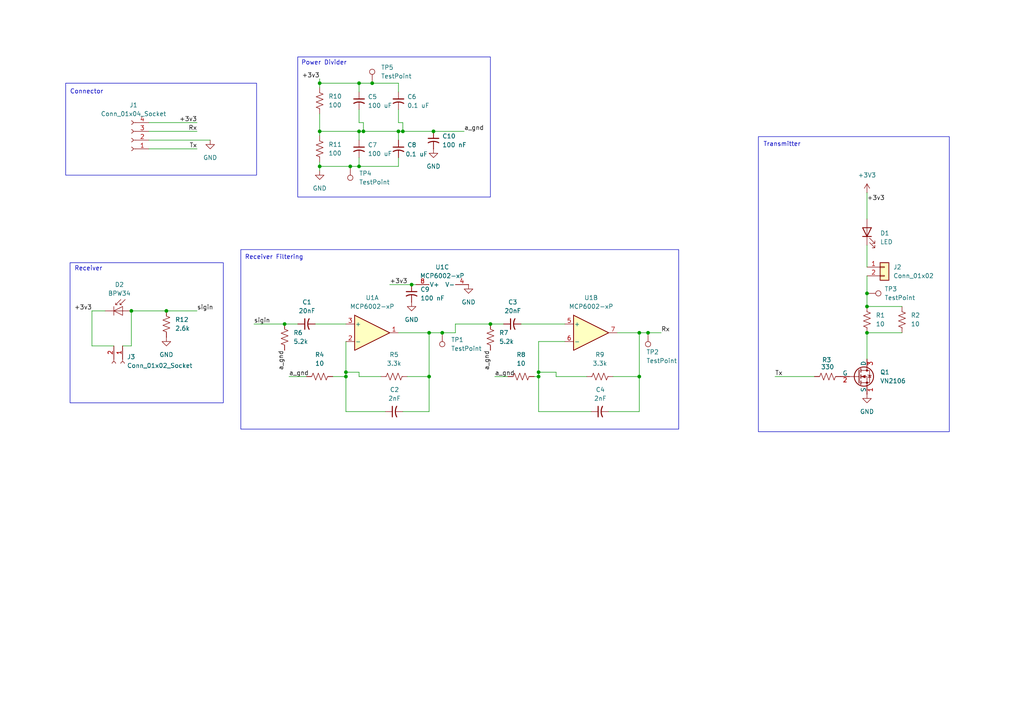
<source format=kicad_sch>
(kicad_sch (version 20250114) (generator "eeschema") (generator_version "9.0")
  (paper "A4")
  (title_block (title "Laser tag pcb") (date "2025-10-16"))
  (lib_symbols
    (symbol "Amplifier_Operational:MCP6002-xP" (pin_names (offset 0.127))
      (property "Reference" "U" (at 0 5.08 0))
      (property "Value" "MCP6002-xP" (at 0 -5.08 0))
      (symbol "MCP6002-xP_1_1"
        (polyline (pts (xy -5.08 5.08) (xy 5.08 0) (xy -5.08 -5.08) (xy -5.08 5.08)) (stroke (width 0.254)) (fill (type background)))
        (pin input line (at -7.62 2.54 0) (length 2.54) (name "+") (number "3"))
        (pin input line (at -7.62 -2.54 0) (length 2.54) (name "-") (number "2"))
        (pin output line (at 7.62 0 180) (length 2.54) (name "~") (number "1"))
      )
      (symbol "MCP6002-xP_2_1"
        (polyline (pts (xy -5.08 5.08) (xy 5.08 0) (xy -5.08 -5.08) (xy -5.08 5.08)) (stroke (width 0.254)) (fill (type background)))
        (pin input line (at -7.62 2.54 0) (length 2.54) (name "+") (number "5"))
        (pin input line (at -7.62 -2.54 0) (length 2.54) (name "-") (number "6"))
        (pin output line (at 7.62 0 180) (length 2.54) (name "~") (number "7"))
      )
      (symbol "MCP6002-xP_3_1"
        (pin power_in line (at -2.54 7.62 270) (length 3.81) (name "V+") (number "8"))
        (pin power_in line (at -2.54 -7.62 90) (length 3.81) (name "V-") (number "4"))
      )
    )
    (symbol "Connector:Conn_01x02_Socket" (pin_names (offset 1.016) (hide yes))
      (property "Reference" "J" (at 0 2.54 0))
      (property "Value" "Conn_01x02_Socket" (at 0 -5.08 0))
      (symbol "Conn_01x02_Socket_1_1"
        (polyline (pts (xy -1.27 0) (xy -0.508 0)) (stroke (width 0.1524)))
        (polyline (pts (xy -1.27 -2.54) (xy -0.508 -2.54)) (stroke (width 0.1524)))
        (arc (start 0 -0.508) (mid -0.5058 0) (end 0 0.508) (stroke (width 0.1524)))
        (arc (start 0 -3.048) (mid -0.5058 -2.54) (end 0 -2.032) (stroke (width 0.1524)))
        (pin passive line (at -5.08 0 0) (length 3.81) (name "Pin_1") (number "1"))
        (pin passive line (at -5.08 -2.54 0) (length 3.81) (name "Pin_2") (number "2"))
      )
    )
    (symbol "Connector:Conn_01x04_Socket" (pin_names (offset 1.016) (hide yes))
      (property "Reference" "J" (at 0 5.08 0))
      (property "Value" "Conn_01x04_Socket" (at 0 -7.62 0))
      (symbol "Conn_01x04_Socket_1_1"
        (polyline (pts (xy -1.27 2.54) (xy -0.508 2.54)) (stroke (width 0.1524)))
        (polyline (pts (xy -1.27 0) (xy -0.508 0)) (stroke (width 0.1524)))
        (polyline (pts (xy -1.27 -2.54) (xy -0.508 -2.54)) (stroke (width 0.1524)))
        (polyline (pts (xy -1.27 -5.08) (xy -0.508 -5.08)) (stroke (width 0.1524)))
        (arc (start 0 2.032) (mid -0.5058 2.54) (end 0 3.048) (stroke (width 0.1524)))
        (arc (start 0 -0.508) (mid -0.5058 0) (end 0 0.508) (stroke (width 0.1524)))
        (arc (start 0 -3.048) (mid -0.5058 -2.54) (end 0 -2.032) (stroke (width 0.1524)))
        (arc (start 0 -5.588) (mid -0.5058 -5.08) (end 0 -4.572) (stroke (width 0.1524)))
        (pin passive line (at -5.08 2.54 0) (length 3.81) (name "Pin_1") (number "1"))
        (pin passive line (at -5.08 0 0) (length 3.81) (name "Pin_2") (number "2"))
        (pin passive line (at -5.08 -2.54 0) (length 3.81) (name "Pin_3") (number "3"))
        (pin passive line (at -5.08 -5.08 0) (length 3.81) (name "Pin_4") (number "4"))
      )
    )
    (symbol "Connector:TestPoint" (pin_numbers (hide yes)) (pin_names (offset 0.762) (hide yes))
      (property "Reference" "TP" (at 0 6.858 0))
      (property "Value" "TestPoint" (at 0 5.08 0))
      (symbol "TestPoint_0_1"
        (circle (center 0 3.302) (radius 0.762))
      )
      (symbol "TestPoint_1_1"
        (pin passive line (at 0 0 90) (length 2.54) (name "1") (number "1"))
      )
    )
    (symbol "Connector_Generic:Conn_01x02" (pin_names (offset 1.016) (hide yes))
      (property "Reference" "J" (at 0 2.54 0))
      (property "Value" "Conn_01x02" (at 0 -5.08 0))
      (symbol "Conn_01x02_1_1"
        (rectangle (start -1.27 1.27) (end 1.27 -3.81) (stroke (width 0.254)) (fill (type background)))
        (rectangle (start -1.27 0.127) (end 0 -0.127) (stroke (width 0.1524)))
        (rectangle (start -1.27 -2.413) (end 0 -2.667) (stroke (width 0.1524)))
        (pin passive line (at -5.08 0 0) (length 3.81) (name "Pin_1") (number "1"))
        (pin passive line (at -5.08 -2.54 0) (length 3.81) (name "Pin_2") (number "2"))
      )
    )
    (symbol "Device:C_Small_US" (pin_numbers (hide yes)) (pin_names (offset 0.254) (hide yes))
      (property "Reference" "C" (at 0.254 1.778 0))
      (property "Value" "C_Small_US" (at 0.254 -2.032 0))
      (symbol "C_Small_US_0_1"
        (polyline (pts (xy -1.524 0.508) (xy 1.524 0.508)) (stroke (width 0.3048)))
        (arc (start -1.524 -0.762) (mid 0 -0.3734) (end 1.524 -0.762) (stroke (width 0.3048)))
      )
      (symbol "C_Small_US_1_1"
        (pin passive line (at 0 2.54 270) (length 2.032) (name "~") (number "1"))
        (pin passive line (at 0 -2.54 90) (length 2.032) (name "~") (number "2"))
      )
    )
    (symbol "Device:LED" (pin_numbers (hide yes)) (pin_names (offset 1.016) (hide yes))
      (property "Reference" "D" (at 0 2.54 0))
      (property "Value" "LED" (at 0 -2.54 0))
      (symbol "LED_0_1"
        (polyline (pts (xy -3.048 -0.762) (xy -4.572 -2.286) (xy -3.81 -2.286) (xy -4.572 -2.286) (xy -4.572 -1.524)))
        (polyline (pts (xy -1.778 -0.762) (xy -3.302 -2.286) (xy -2.54 -2.286) (xy -3.302 -2.286) (xy -3.302 -1.524)))
        (polyline (pts (xy -1.27 0) (xy 1.27 0)))
        (polyline (pts (xy -1.27 -1.27) (xy -1.27 1.27)) (stroke (width 0.254)))
        (polyline (pts (xy 1.27 -1.27) (xy 1.27 1.27) (xy -1.27 0) (xy 1.27 -1.27)) (stroke (width 0.254)))
      )
      (symbol "LED_1_1"
        (pin passive line (at -3.81 0 0) (length 2.54) (name "K") (number "1"))
        (pin passive line (at 3.81 0 180) (length 2.54) (name "A") (number "2"))
      )
    )
    (symbol "Device:R_US" (pin_numbers (hide yes)) (pin_names (offset 0))
      (property "Reference" "R" (at 2.54 0 90))
      (property "Value" "R_US" (at -2.54 0 90))
      (symbol "R_US_0_1"
        (polyline (pts (xy 0 2.286) (xy 0 2.54)))
        (polyline (pts (xy 0 2.286) (xy 1.016 1.905) (xy 0 1.524) (xy -1.016 1.143) (xy 0 0.762)))
        (polyline (pts (xy 0 0.762) (xy 1.016 0.381) (xy 0 0) (xy -1.016 -0.381) (xy 0 -0.762)))
        (polyline (pts (xy 0 -0.762) (xy 1.016 -1.143) (xy 0 -1.524) (xy -1.016 -1.905) (xy 0 -2.286)))
        (polyline (pts (xy 0 -2.286) (xy 0 -2.54)))
      )
      (symbol "R_US_1_1"
        (pin passive line (at 0 3.81 270) (length 1.27) (name "~") (number "1"))
        (pin passive line (at 0 -3.81 90) (length 1.27) (name "~") (number "2"))
      )
    )
    (symbol "Sensor_Optical:BPW34" (pin_numbers (hide yes)) (pin_names (offset 1.016) (hide yes))
      (property "Reference" "D" (at 0.508 1.778 0))
      (property "Value" "BPW34" (at -1.016 -2.794 0))
      (symbol "BPW34_0_1"
        (polyline (pts (xy -2.54 1.27) (xy -2.54 -1.27)) (stroke (width 0.1524)))
        (polyline (pts (xy -2.032 1.778) (xy -1.524 1.778)))
        (polyline (pts (xy -0.508 3.302) (xy -2.032 1.778) (xy -2.032 2.286)))
        (polyline (pts (xy 0 1.27) (xy -2.54 0) (xy 0 -1.27)))
        (polyline (pts (xy 0 0) (xy -2.54 0)))
        (polyline (pts (xy 0 -1.27) (xy 0 1.27)))
        (polyline (pts (xy 0.762 3.302) (xy -0.762 1.778) (xy -0.762 2.286) (xy -0.762 1.778) (xy -0.254 1.778)))
      )
      (symbol "BPW34_1_1"
        (pin passive line (at -5.08 0 0) (length 2.54) (name "K") (number "1"))
        (pin passive line (at 2.54 0 180) (length 2.54) (name "A") (number "2"))
      )
    )
    (symbol "Simulation_SPICE:NMOS" (pin_names (offset 0))
      (property "Reference" "Q1" (at 6.35 1.2701 0))
      (property "Value" "VN2106" (at 6.35 -1.2699 0))
      (symbol "NMOS_0_1"
        (polyline (pts (xy 0.254 1.905) (xy 0.254 -1.905)) (stroke (width 0.254)))
        (polyline (pts (xy 0.254 0) (xy -2.54 0)))
        (polyline (pts (xy 0.762 2.286) (xy 0.762 1.27)) (stroke (width 0.254)))
        (polyline (pts (xy 0.762 0.508) (xy 0.762 -0.508)) (stroke (width 0.254)))
        (polyline (pts (xy 0.762 -1.27) (xy 0.762 -2.286)) (stroke (width 0.254)))
        (polyline (pts (xy 0.762 -1.778) (xy 3.302 -1.778) (xy 3.302 1.778) (xy 0.762 1.778)))
        (polyline (pts (xy 1.016 0) (xy 2.032 0.381) (xy 2.032 -0.381) (xy 1.016 0)) (fill (type outline)))
        (circle (center 1.651 0) (radius 2.794) (stroke (width 0.254)))
        (polyline (pts (xy 2.54 2.54) (xy 2.54 1.778)))
        (circle (center 2.54 1.778) (radius 0.254) (fill (type outline)))
        (circle (center 2.54 -1.778) (radius 0.254) (fill (type outline)))
        (polyline (pts (xy 2.54 -2.54) (xy 2.54 0) (xy 0.762 0)))
        (polyline (pts (xy 2.794 0.508) (xy 2.921 0.381) (xy 3.683 0.381) (xy 3.81 0.254)))
        (polyline (pts (xy 3.302 0.381) (xy 2.921 -0.254) (xy 3.683 -0.254) (xy 3.302 0.381)))
      )
      (symbol "NMOS_1_1"
        (pin input line (at -5.08 0 0) (length 2.54) (name "G") (number "2"))
        (pin passive line (at 2.54 5.08 270) (length 2.54) (name "D") (number "3"))
        (pin passive line (at 2.54 -5.08 90) (length 2.54) (name "S") (number "1"))
      )
    )
    (symbol "power:+3V3" (power) (pin_numbers (hide yes)) (pin_names (offset 0) (hide yes))
      (property "Value" "+3V3" (at 0 3.556 0))
      (symbol "+3V3_0_1"
        (polyline (pts (xy -0.762 1.27) (xy 0 2.54)))
        (polyline (pts (xy 0 2.54) (xy 0.762 1.27)))
        (polyline (pts (xy 0 0) (xy 0 2.54)))
      )
      (symbol "+3V3_1_1"
        (pin power_in line (at 0 0 90) (length 0) (name "~") (number "1"))
      )
    )
    (symbol "power:GND" (power) (pin_numbers (hide yes)) (pin_names (offset 0) (hide yes))
      (property "Value" "GND" (at 0 -3.81 0))
      (symbol "GND_0_1"
        (polyline (pts (xy 0 0) (xy 0 -1.27) (xy 1.27 -1.27) (xy 0 -2.54) (xy -1.27 -1.27) (xy 0 -1.27)))
      )
      (symbol "GND_1_1"
        (pin power_in line (at 0 0 270) (length 0) (name "~") (number "1"))
      )
    )
  )
  (rectangle (start 69.85 72.39) (end 196.85 124.46))
  (rectangle (start 86.36 16.51) (end 142.24 57.15))
  (rectangle (start 19.05 24.13) (end 74.422 50.8))
  (rectangle (start 20.32 76.2) (end 64.77 116.84))
  (rectangle (start 219.964 39.624) (end 275.336 125.222))
  (text "Receiver" (at 25.654 77.978 0) (effects (font (size 1.27 1.27))))
  (text "Transmitter" (at 226.822 41.91 0) (effects (font (size 1.27 1.27))))
  (text "Connector" (at 25.146 26.67 0) (effects (font (size 1.27 1.27))))
  (text "Power Divider" (at 93.98 18.288 0) (effects (font (size 1.27 1.27))))
  (text "Receiver Filtering" (at 79.502 74.676 0) (effects (font (size 1.27 1.27))))
  (junction (at 124.46 96.52))
  (junction (at 104.14 24.13))
  (junction (at 156.21 109.22))
  (junction (at 100.33 109.22))
  (junction (at 92.71 48.26))
  (junction (at 104.14 48.26))
  (junction (at 82.55 93.98))
  (junction (at 156.21 107.95))
  (junction (at 92.71 24.13))
  (junction (at 251.46 96.52))
  (junction (at 107.95 24.13))
  (junction (at 116.84 38.1))
  (junction (at 100.33 107.95))
  (junction (at 104.14 38.1))
  (junction (at 38.1 90.17))
  (junction (at 92.71 38.1))
  (junction (at 251.46 85.09))
  (junction (at 251.46 88.9))
  (junction (at 125.73 38.1))
  (junction (at 185.42 96.52))
  (junction (at 124.46 109.22))
  (junction (at 101.6 48.26))
  (junction (at 115.57 38.1))
  (junction (at 128.27 96.52))
  (junction (at 185.42 109.22))
  (junction (at 119.38 82.55))
  (junction (at 105.41 38.1))
  (junction (at 48.26 90.17))
  (junction (at 187.96 96.52))
  (junction (at 142.24 93.98))
  (wire (pts (xy 128.27 96.52) (xy 132.08 96.52)))
  (wire (pts (xy 115.57 24.13) (xy 115.57 26.67)))
  (wire (pts (xy 185.42 109.22) (xy 185.42 96.52)))
  (wire (pts (xy 163.83 99.06) (xy 156.21 99.06)))
  (wire (pts (xy 118.11 109.22) (xy 124.46 109.22)))
  (wire (pts (xy 92.71 33.02) (xy 92.71 38.1)))
  (wire (pts (xy 156.21 119.38) (xy 171.45 119.38)))
  (wire (pts (xy 151.13 93.98) (xy 163.83 93.98)))
  (wire (pts (xy 92.71 48.26) (xy 101.6 48.26)))
  (wire (pts (xy 115.57 31.75) (xy 115.57 35.56)))
  (wire (pts (xy 185.42 119.38) (xy 185.42 109.22)))
  (wire (pts (xy 132.08 96.52) (xy 132.08 93.98)))
  (wire (pts (xy 104.14 24.13) (xy 107.95 24.13)))
  (wire (pts (xy 251.46 80.01) (xy 251.46 85.09)))
  (wire (pts (xy 104.14 45.72) (xy 104.14 48.26)))
  (wire (pts (xy 177.8 109.22) (xy 185.42 109.22)))
  (wire (pts (xy 116.84 119.38) (xy 124.46 119.38)))
  (wire (pts (xy 92.71 49.53) (xy 92.71 48.26)))
  (wire (pts (xy 38.1 100.33) (xy 35.56 100.33)))
  (wire (pts (xy 187.96 96.52) (xy 191.77 96.52)))
  (wire (pts (xy 92.71 48.26) (xy 92.71 46.99)))
  (wire (pts (xy 26.67 100.33) (xy 33.02 100.33)))
  (wire (pts (xy 104.14 48.26) (xy 115.57 48.26)))
  (wire (pts (xy 91.44 93.98) (xy 100.33 93.98)))
  (wire (pts (xy 143.51 109.22) (xy 147.32 109.22)))
  (wire (pts (xy 116.84 38.1) (xy 125.73 38.1)))
  (wire (pts (xy 105.41 38.1) (xy 115.57 38.1)))
  (wire (pts (xy 101.6 48.26) (xy 104.14 48.26)))
  (wire (pts (xy 156.21 109.22) (xy 156.21 119.38)))
  (wire (pts (xy 92.71 24.13) (xy 92.71 25.4)))
  (wire (pts (xy 43.18 43.18) (xy 57.15 43.18)))
  (wire (pts (xy 251.46 96.52) (xy 261.62 96.52)))
  (wire (pts (xy 132.08 93.98) (xy 142.24 93.98)))
  (wire (pts (xy 104.14 35.56) (xy 105.41 35.56)))
  (wire (pts (xy 92.71 38.1) (xy 104.14 38.1)))
  (wire (pts (xy 115.57 45.72) (xy 115.57 48.26)))
  (wire (pts (xy 92.71 22.86) (xy 92.71 24.13)))
  (wire (pts (xy 113.03 82.55) (xy 119.38 82.55)))
  (wire (pts (xy 43.18 40.64) (xy 60.96 40.64)))
  (wire (pts (xy 251.46 85.09) (xy 251.46 88.9)))
  (wire (pts (xy 156.21 99.06) (xy 156.21 107.95)))
  (wire (pts (xy 115.57 38.1) (xy 116.84 38.1)))
  (wire (pts (xy 43.18 35.56) (xy 57.15 35.56)))
  (wire (pts (xy 38.1 90.17) (xy 48.26 90.17)))
  (wire (pts (xy 185.42 96.52) (xy 179.07 96.52)))
  (wire (pts (xy 161.29 109.22) (xy 161.29 107.95)))
  (wire (pts (xy 96.52 109.22) (xy 100.33 109.22)))
  (wire (pts (xy 104.14 38.1) (xy 105.41 38.1)))
  (wire (pts (xy 82.55 93.98) (xy 86.36 93.98)))
  (wire (pts (xy 48.26 90.17) (xy 57.15 90.17)))
  (wire (pts (xy 154.94 109.22) (xy 156.21 109.22)))
  (wire (pts (xy 100.33 107.95) (xy 104.14 107.95)))
  (wire (pts (xy 38.1 90.17) (xy 38.1 100.33)))
  (wire (pts (xy 124.46 109.22) (xy 124.46 96.52)))
  (wire (pts (xy 83.82 109.22) (xy 88.9 109.22)))
  (wire (pts (xy 125.73 38.1) (xy 134.62 38.1)))
  (wire (pts (xy 119.38 82.55) (xy 120.65 82.55)))
  (wire (pts (xy 105.41 35.56) (xy 105.41 38.1)))
  (wire (pts (xy 176.53 119.38) (xy 185.42 119.38)))
  (wire (pts (xy 142.24 93.98) (xy 146.05 93.98)))
  (wire (pts (xy 104.14 38.1) (xy 104.14 40.64)))
  (wire (pts (xy 115.57 96.52) (xy 124.46 96.52)))
  (wire (pts (xy 104.14 109.22) (xy 104.14 107.95)))
  (wire (pts (xy 26.67 90.17) (xy 30.48 90.17)))
  (wire (pts (xy 115.57 35.56) (xy 116.84 35.56)))
  (wire (pts (xy 92.71 38.1) (xy 92.71 39.37)))
  (wire (pts (xy 170.18 109.22) (xy 161.29 109.22)))
  (wire (pts (xy 100.33 109.22) (xy 100.33 119.38)))
  (wire (pts (xy 73.66 93.98) (xy 82.55 93.98)))
  (wire (pts (xy 251.46 88.9) (xy 261.62 88.9)))
  (wire (pts (xy 224.79 109.22) (xy 236.22 109.22)))
  (wire (pts (xy 43.18 38.1) (xy 57.15 38.1)))
  (wire (pts (xy 124.46 96.52) (xy 128.27 96.52)))
  (wire (pts (xy 156.21 107.95) (xy 161.29 107.95)))
  (wire (pts (xy 104.14 31.75) (xy 104.14 35.56)))
  (wire (pts (xy 100.33 107.95) (xy 100.33 109.22)))
  (wire (pts (xy 116.84 35.56) (xy 116.84 38.1)))
  (wire (pts (xy 110.49 109.22) (xy 104.14 109.22)))
  (wire (pts (xy 92.71 24.13) (xy 104.14 24.13)))
  (wire (pts (xy 185.42 96.52) (xy 187.96 96.52)))
  (wire (pts (xy 251.46 55.88) (xy 251.46 63.5)))
  (wire (pts (xy 100.33 99.06) (xy 100.33 107.95)))
  (wire (pts (xy 124.46 119.38) (xy 124.46 109.22)))
  (wire (pts (xy 251.46 71.12) (xy 251.46 77.47)))
  (wire (pts (xy 156.21 107.95) (xy 156.21 109.22)))
  (wire (pts (xy 115.57 38.1) (xy 115.57 40.64)))
  (wire (pts (xy 26.67 90.17) (xy 26.67 100.33)))
  (wire (pts (xy 100.33 119.38) (xy 111.76 119.38)))
  (wire (pts (xy 107.95 24.13) (xy 115.57 24.13)))
  (wire (pts (xy 251.46 96.52) (xy 251.46 104.14)))
  (wire (pts (xy 104.14 24.13) (xy 104.14 26.67)))
  (label "a_gnd" (at 143.51 109.22 0))
  (label "a_gnd" (at 134.62 38.1 0))
  (label "Tx" (at 224.79 109.22 0))
  (label "+3v3" (at 113.03 82.55 0))
  (label "a_gnd" (at 83.82 109.22 0))
  (label "Tx" (at 57.15 43.18 180))
  (label "sigin" (at 73.66 93.98 0))
  (label "+3v3" (at 26.67 90.17 180))
  (label "+3v3" (at 57.15 35.56 180))
  (label "a_gnd" (at 82.55 101.6 270))
  (label "+3v3" (at 251.46 58.42 0))
  (label "sigin" (at 57.15 90.17 0))
  (label "+3v3" (at 92.71 22.86 180))
  (label "Rx" (at 191.77 96.52 0))
  (label "a_gnd" (at 142.24 101.6 270))
  (label "Rx" (at 57.15 38.1 180))
  (symbol (lib_id "Device:R_US") (at 142.24 97.79 180) (unit 1)
    (property "Reference" "R7" (at 144.78 96.5199 0) (effects (justify right)))
    (property "Value" "5.2k" (at 144.78 99.0599 0) (effects (justify right)))
    (property "Footprint" "Resistor_SMD:R_0805_2012Metric_Pad1.20x1.40mm_HandSolder" (effects (hide yes)))
    (property "Description" "Resistor, US symbol" (effects (hide yes)))
  )
  (symbol (lib_id "Device:C_Small_US") (at 114.3 119.38 90) (unit 1)
    (property "Reference" "C2" (at 114.427 113.03 90))
    (property "Value" "2nF" (at 114.427 115.57 90))
    (property "Footprint" "Capacitor_SMD:C_0805_2012Metric_Pad1.18x1.45mm_HandSolder" (effects (hide yes)))
    (property "Description" "capacitor, small US symbol" (effects (hide yes)))
  )
  (symbol (lib_id "Device:C_Small_US") (at 104.14 29.21 0) (unit 1)
    (property "Reference" "C5" (at 106.68 28.0669 0) (effects (justify left)))
    (property "Value" "100 uF" (at 106.68 30.6069 0) (effects (justify left)))
    (property "Footprint" "Capacitor_THT:CP_Radial_D10.0mm_P5.00mm" (effects (hide yes)))
    (property "Description" "capacitor, small US symbol" (effects (hide yes)))
  )
  (symbol (lib_id "Connector_Generic:Conn_01x02") (at 256.54 77.47 0) (unit 1)
    (property "Reference" "J2" (at 259.08 77.4699 0) (effects (justify left)))
    (property "Value" "Conn_01x02" (at 259.08 80.0099 0) (effects (justify left)))
    (property "Footprint" "Connector_PinHeader_2.54mm:PinHeader_1x02_P2.54mm_Vertical" (effects (hide yes)))
    (property "Description" "Generic connector, single row, 01x02, script generated (kicad-library-utils/schlib/autogen/connector/)" (effects (hide yes)))
  )
  (symbol (lib_id "Connector:TestPoint") (at 128.27 96.52 180) (unit 1)
    (property "Reference" "TP1" (at 130.81 98.5519 0) (effects (justify right)))
    (property "Value" "TestPoint" (at 130.81 101.0919 0) (effects (justify right)))
    (property "Footprint" "TestPoint:TestPoint_Pad_2.0x2.0mm" (effects (hide yes)))
    (property "Description" "test point" (effects (hide yes)))
  )
  (symbol (lib_id "power:GND") (at 251.46 114.3 0) (unit 1)
    (property "Reference" "#PWR01" (effects (hide yes)))
    (property "Value" "GND" (at 251.46 119.38 0))
    (property "Description" "Power symbol creates a global label with name \"GND\" , ground" (effects (hide yes)))
  )
  (symbol (lib_id "Device:LED") (at 251.46 67.31 90) (unit 1)
    (property "Reference" "D1" (at 255.27 67.6274 90) (effects (justify right)))
    (property "Value" "LED" (at 255.27 70.1674 90) (effects (justify right)))
    (property "Footprint" "LED_THT:LED_D3.0mm" (effects (hide yes)))
    (property "Description" "Light emitting diode" (effects (hide yes)))
    (property "Sim.Pins" "1=K 2=A" (effects (hide yes)))
  )
  (symbol (lib_id "power:GND") (at 119.38 87.63 0) (unit 1)
    (property "Reference" "#PWR06" (effects (hide yes)))
    (property "Value" "GND" (at 119.38 92.71 0))
    (property "Description" "Power symbol creates a global label with name \"GND\" , ground" (effects (hide yes)))
  )
  (symbol (lib_id "power:GND") (at 92.71 49.53 0) (unit 1)
    (property "Reference" "#PWR04" (effects (hide yes)))
    (property "Value" "GND" (at 92.71 54.61 0))
    (property "Description" "Power symbol creates a global label with name \"GND\" , ground" (effects (hide yes)))
  )
  (symbol (lib_id "Device:C_Small_US") (at 88.9 93.98 90) (unit 1)
    (property "Reference" "C1" (at 89.027 87.63 90))
    (property "Value" "20nF" (at 89.027 90.17 90))
    (property "Footprint" "Capacitor_SMD:C_0805_2012Metric_Pad1.18x1.45mm_HandSolder" (effects (hide yes)))
    (property "Description" "capacitor, small US symbol" (effects (hide yes)))
  )
  (symbol (lib_id "Device:R_US") (at 48.26 93.98 180) (unit 1)
    (property "Reference" "R12" (at 50.8 92.7099 0) (effects (justify right)))
    (property "Value" "2.6k" (at 50.8 95.2499 0) (effects (justify right)))
    (property "Footprint" "Resistor_SMD:R_0805_2012Metric_Pad1.20x1.40mm_HandSolder" (effects (hide yes)))
    (property "Description" "Resistor, US symbol" (effects (hide yes)))
  )
  (symbol (lib_id "Device:C_Small_US") (at 148.59 93.98 90) (unit 1)
    (property "Reference" "C3" (at 148.717 87.63 90))
    (property "Value" "20nF" (at 148.717 90.17 90))
    (property "Footprint" "Capacitor_SMD:C_0805_2012Metric_Pad1.18x1.45mm_HandSolder" (effects (hide yes)))
    (property "Description" "capacitor, small US symbol" (effects (hide yes)))
  )
  (symbol (lib_id "Device:C_Small_US") (at 119.38 85.09 0) (unit 1)
    (property "Reference" "C9" (at 121.92 83.9469 0) (effects (justify left)))
    (property "Value" "100 nF" (at 121.92 86.4869 0) (effects (justify left)))
    (property "Footprint" "Capacitor_SMD:C_0805_2012Metric_Pad1.18x1.45mm_HandSolder" (effects (hide yes)))
    (property "Description" "capacitor, small US symbol" (effects (hide yes)))
  )
  (symbol (lib_id "power:GND") (at 48.26 97.79 0) (unit 1)
    (property "Reference" "#PWR07" (effects (hide yes)))
    (property "Value" "GND" (at 48.26 102.87 0))
    (property "Description" "Power symbol creates a global label with name \"GND\" , ground" (effects (hide yes)))
  )
  (symbol (lib_id "power:GND") (at 135.89 82.55 0) (unit 1)
    (property "Reference" "#PWR05" (effects (hide yes)))
    (property "Value" "GND" (at 135.89 87.63 0))
    (property "Description" "Power symbol creates a global label with name \"GND\" , ground" (effects (hide yes)))
  )
  (symbol (lib_id "Connector:TestPoint") (at 101.6 48.26 180) (unit 1)
    (property "Reference" "TP4" (at 104.14 50.2919 0) (effects (justify right)))
    (property "Value" "TestPoint" (at 104.14 52.8319 0) (effects (justify right)))
    (property "Footprint" "TestPoint:TestPoint_Pad_2.0x2.0mm" (effects (hide yes)))
    (property "Description" "test point" (effects (hide yes)))
  )
  (symbol (lib_id "power:GND") (at 60.96 40.64 0) (unit 1)
    (property "Reference" "#PWR03" (effects (hide yes)))
    (property "Value" "GND" (at 60.96 45.72 0))
    (property "Description" "Power symbol creates a global label with name \"GND\" , ground" (effects (hide yes)))
  )
  (symbol (lib_id "Simulation_SPICE:NMOS") (at 248.92 109.22 0) (unit 1)
    (property "Reference" "Q1" (at 255.27 107.9499 0) (effects (justify left)))
    (property "Value" "VN2106" (at 255.27 110.4899 0) (effects (justify left)))
    (property "Footprint" "Package_TO_SOT_THT:TO-92_Inline" (effects (hide yes)))
    (property "Datasheet" "https://ngspice.sourceforge.io/docs/ngspice-html-manual/manual.xhtml#cha_MOSFETs" (effects (hide yes)))
    (property "Description" "N-MOSFET transistor, drain/source/gate" (effects (hide yes)))
    (property "Sim.Device" "NMOS" (effects (hide yes)))
    (property "Sim.Type" "VDMOS" (effects (hide yes)))
    (property "Sim.Pins" "1=D 2=G 3=S" (effects (hide yes)))
  )
  (symbol (lib_id "Device:R_US") (at 251.46 92.71 0) (unit 1)
    (property "Reference" "R1" (at 254 91.4399 0) (effects (justify left)))
    (property "Value" "10" (at 254 93.9799 0) (effects (justify left)))
    (property "Footprint" "Resistor_SMD:R_0805_2012Metric_Pad1.20x1.40mm_HandSolder" (effects (hide yes)))
    (property "Description" "Resistor, US symbol" (effects (hide yes)))
  )
  (symbol (lib_id "Connector:Conn_01x02_Socket") (at 35.56 105.41 270) (unit 1)
    (property "Reference" "J3" (at 36.83 103.5049 90) (effects (justify left)))
    (property "Value" "Conn_01x02_Socket" (at 36.83 106.0449 90) (effects (justify left)))
    (property "Footprint" "Connector_JST:JST_PH_B2B-PH-K_1x02_P2.00mm_Vertical" (effects (hide yes)))
    (property "Description" "Generic connector, single row, 01x02, script generated" (effects (hide yes)))
  )
  (symbol (lib_id "Device:C_Small_US") (at 173.99 119.38 90) (unit 1)
    (property "Reference" "C4" (at 174.117 113.03 90))
    (property "Value" "2nF" (at 174.117 115.57 90))
    (property "Footprint" "Capacitor_SMD:C_0805_2012Metric_Pad1.18x1.45mm_HandSolder" (effects (hide yes)))
    (property "Description" "capacitor, small US symbol" (effects (hide yes)))
  )
  (symbol (lib_id "Amplifier_Operational:MCP6002-xP") (at 171.45 96.52 0) (unit 2)
    (property "Reference" "U1" (at 171.45 86.36 0))
    (property "Value" "MCP6002-xP" (at 171.45 88.9 0))
    (property "Footprint" "Package_DIP:DIP-8_W7.62mm" (effects (hide yes)))
    (property "Datasheet" "http://ww1.microchip.com/downloads/en/DeviceDoc/21733j.pdf" (effects (hide yes)))
    (property "Description" "1MHz, Low-Power Op Amp, DIP-8" (effects (hide yes)))
  )
  (symbol (lib_id "Device:R_US") (at 240.03 109.22 90) (unit 1)
    (property "Reference" "R3" (at 239.776 104.394 90))
    (property "Value" "330" (at 240.03 106.426 90))
    (property "Footprint" "Resistor_SMD:R_0805_2012Metric_Pad1.20x1.40mm_HandSolder" (effects (hide yes)))
    (property "Description" "Resistor, US symbol" (effects (hide yes)))
  )
  (symbol (lib_id "Device:R_US") (at 92.71 43.18 180) (unit 1)
    (property "Reference" "R11" (at 95.25 41.9099 0) (effects (justify right)))
    (property "Value" "100" (at 95.25 44.4499 0) (effects (justify right)))
    (property "Footprint" "Resistor_SMD:R_0805_2012Metric_Pad1.20x1.40mm_HandSolder" (effects (hide yes)))
    (property "Description" "Resistor, US symbol" (effects (hide yes)))
  )
  (symbol (lib_id "Connector:TestPoint") (at 107.95 24.13 0) (unit 1)
    (property "Reference" "TP5" (at 110.49 19.5579 0) (effects (justify left)))
    (property "Value" "TestPoint" (at 110.49 22.0979 0) (effects (justify left)))
    (property "Footprint" "TestPoint:TestPoint_Pad_2.0x2.0mm" (effects (hide yes)))
    (property "Description" "test point" (effects (hide yes)))
  )
  (symbol (lib_id "Device:R_US") (at 151.13 109.22 90) (unit 1)
    (property "Reference" "R8" (at 151.13 102.87 90))
    (property "Value" "10" (at 151.13 105.41 90))
    (property "Footprint" "Resistor_SMD:R_0805_2012Metric_Pad1.20x1.40mm_HandSolder" (effects (hide yes)))
    (property "Description" "Resistor, US symbol" (effects (hide yes)))
  )
  (symbol (lib_id "Connector:Conn_01x04_Socket") (at 38.1 40.64 180) (unit 1)
    (property "Reference" "J1" (at 38.735 30.48 0))
    (property "Value" "Conn_01x04_Socket" (at 38.735 33.02 0))
    (property "Footprint" "Connector_PinSocket_2.54mm:PinSocket_1x04_P2.54mm_Vertical" (effects (hide yes)))
    (property "Description" "Generic connector, single row, 01x04, script generated" (effects (hide yes)))
  )
  (symbol (lib_id "Amplifier_Operational:MCP6002-xP") (at 107.95 96.52 0) (unit 1)
    (property "Reference" "U1" (at 107.95 86.36 0))
    (property "Value" "MCP6002-xP" (at 107.95 88.9 0))
    (property "Footprint" "Package_DIP:DIP-8_W7.62mm" (effects (hide yes)))
    (property "Datasheet" "http://ww1.microchip.com/downloads/en/DeviceDoc/21733j.pdf" (effects (hide yes)))
    (property "Description" "1MHz, Low-Power Op Amp, DIP-8" (effects (hide yes)))
  )
  (symbol (lib_id "Device:C_Small_US") (at 125.73 40.64 0) (unit 1)
    (property "Reference" "C10" (at 128.27 39.4969 0) (effects (justify left)))
    (property "Value" "100 nF" (at 128.27 42.0369 0) (effects (justify left)))
    (property "Footprint" "Capacitor_SMD:C_0805_2012Metric_Pad1.18x1.45mm_HandSolder" (effects (hide yes)))
    (property "Description" "capacitor, small US symbol" (effects (hide yes)))
  )
  (symbol (lib_id "power:GND") (at 125.73 43.18 0) (unit 1)
    (property "Reference" "#PWR08" (effects (hide yes)))
    (property "Value" "GND" (at 125.73 48.26 0))
    (property "Description" "Power symbol creates a global label with name \"GND\" , ground" (effects (hide yes)))
  )
  (symbol (lib_id "power:+3V3") (at 251.46 55.88 0) (unit 1)
    (property "Reference" "#PWR02" (effects (hide yes)))
    (property "Value" "+3V3" (at 251.46 50.8 0))
    (property "Description" "Power symbol creates a global label with name \"+3V3\"" (effects (hide yes)))
  )
  (symbol (lib_id "Connector:TestPoint") (at 251.46 85.09 270) (unit 1)
    (property "Reference" "TP3" (at 256.54 83.8199 90) (effects (justify left)))
    (property "Value" "TestPoint" (at 256.54 86.3599 90) (effects (justify left)))
    (property "Footprint" "TestPoint:TestPoint_Pad_2.0x2.0mm" (effects (hide yes)))
    (property "Description" "test point" (effects (hide yes)))
  )
  (symbol (lib_id "Device:C_Small_US") (at 115.57 43.18 0) (unit 1)
    (property "Reference" "C8" (at 118.11 42.0369 0) (effects (justify left)))
    (property "Value" "0.1 uF" (at 117.602 44.704 0) (effects (justify left)))
    (property "Footprint" "Capacitor_SMD:C_0805_2012Metric_Pad1.18x1.45mm_HandSolder" (effects (hide yes)))
    (property "Description" "capacitor, small US symbol" (effects (hide yes)))
  )
  (symbol (lib_id "Amplifier_Operational:MCP6002-xP") (at 128.27 80.01 90) (unit 3)
    (property "Reference" "U1" (at 128.27 77.47 90))
    (property "Value" "MCP6002-xP" (at 128.27 80.01 90))
    (property "Footprint" "Package_DIP:DIP-8_W7.62mm" (effects (hide yes)))
    (property "Datasheet" "http://ww1.microchip.com/downloads/en/DeviceDoc/21733j.pdf" (effects (hide yes)))
    (property "Description" "1MHz, Low-Power Op Amp, DIP-8" (effects (hide yes)))
  )
  (symbol (lib_id "Device:R_US") (at 92.71 29.21 180) (unit 1)
    (property "Reference" "R10" (at 95.25 27.9399 0) (effects (justify right)))
    (property "Value" "100" (at 95.25 30.4799 0) (effects (justify right)))
    (property "Footprint" "Resistor_SMD:R_0805_2012Metric_Pad1.20x1.40mm_HandSolder" (effects (hide yes)))
    (property "Description" "Resistor, US symbol" (effects (hide yes)))
  )
  (symbol (lib_id "Device:R_US") (at 261.62 92.71 0) (unit 1)
    (property "Reference" "R2" (at 264.16 91.4399 0) (effects (justify left)))
    (property "Value" "10" (at 264.16 93.9799 0) (effects (justify left)))
    (property "Footprint" "Resistor_SMD:R_0805_2012Metric_Pad1.20x1.40mm_HandSolder" (effects (hide yes)))
    (property "Description" "Resistor, US symbol" (effects (hide yes)))
  )
  (symbol (lib_id "Device:C_Small_US") (at 104.14 43.18 0) (unit 1)
    (property "Reference" "C7" (at 106.68 42.0369 0) (effects (justify left)))
    (property "Value" "100 uF" (at 106.68 44.5769 0) (effects (justify left)))
    (property "Footprint" "Capacitor_THT:CP_Radial_D10.0mm_P5.00mm" (effects (hide yes)))
    (property "Description" "capacitor, small US symbol" (effects (hide yes)))
  )
  (symbol (lib_id "Device:R_US") (at 173.99 109.22 90) (unit 1)
    (property "Reference" "R9" (at 173.99 102.87 90))
    (property "Value" "3.3k" (at 173.99 105.41 90))
    (property "Footprint" "Resistor_SMD:R_0805_2012Metric_Pad1.20x1.40mm_HandSolder" (effects (hide yes)))
    (property "Description" "Resistor, US symbol" (effects (hide yes)))
  )
  (symbol (lib_id "Sensor_Optical:BPW34") (at 35.56 90.17 0) (unit 1)
    (property "Reference" "D2" (at 34.6329 82.55 0))
    (property "Value" "BPW34" (at 34.6329 85.09 0))
    (property "Footprint" "OptoDevice:Osram_DIL2_4.3x4.65mm_P5.08mm" (effects (hide yes)))
    (property "Datasheet" "http://www.vishay.com/docs/81521/bpw34.pdf" (effects (hide yes)))
    (property "Description" "Silicon PIN Photodiode" (effects (hide yes)))
  )
  (symbol (lib_id "Device:R_US") (at 92.71 109.22 90) (unit 1)
    (property "Reference" "R4" (at 92.71 102.87 90))
    (property "Value" "10" (at 92.71 105.41 90))
    (property "Footprint" "Resistor_SMD:R_0805_2012Metric_Pad1.20x1.40mm_HandSolder" (effects (hide yes)))
    (property "Description" "Resistor, US symbol" (effects (hide yes)))
  )
  (symbol (lib_id "Device:R_US") (at 114.3 109.22 90) (unit 1)
    (property "Reference" "R5" (at 114.3 102.87 90))
    (property "Value" "3.3k" (at 114.3 105.41 90))
    (property "Footprint" "Resistor_SMD:R_0805_2012Metric_Pad1.20x1.40mm_HandSolder" (effects (hide yes)))
    (property "Description" "Resistor, US symbol" (effects (hide yes)))
  )
  (symbol (lib_id "Connector:TestPoint") (at 187.96 96.52 180) (unit 1)
    (property "Reference" "TP2" (at 187.452 102.108 0) (effects (justify right)))
    (property "Value" "TestPoint" (at 187.452 104.648 0) (effects (justify right)))
    (property "Footprint" "TestPoint:TestPoint_Pad_2.0x2.0mm" (effects (hide yes)))
    (property "Description" "test point" (effects (hide yes)))
  )
  (symbol (lib_id "Device:C_Small_US") (at 115.57 29.21 0) (unit 1)
    (property "Reference" "C6" (at 118.11 28.0669 0) (effects (justify left)))
    (property "Value" "0.1 uF" (at 118.11 30.6069 0) (effects (justify left)))
    (property "Footprint" "Capacitor_SMD:C_0805_2012Metric_Pad1.18x1.45mm_HandSolder" (effects (hide yes)))
    (property "Description" "capacitor, small US symbol" (effects (hide yes)))
  )
  (symbol (lib_id "Device:R_US") (at 82.55 97.79 180) (unit 1)
    (property "Reference" "R6" (at 85.09 96.5199 0) (effects (justify right)))
    (property "Value" "5.2k" (at 85.09 99.0599 0) (effects (justify right)))
    (property "Footprint" "Resistor_SMD:R_0805_2012Metric_Pad1.20x1.40mm_HandSolder" (effects (hide yes)))
    (property "Description" "Resistor, US symbol" (effects (hide yes)))
  )
)
</source>
